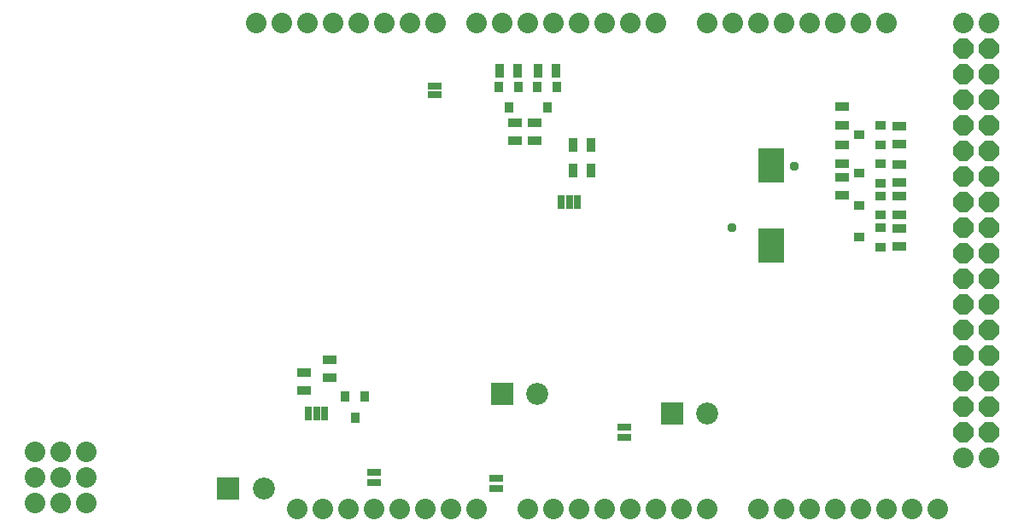
<source format=gbs>
G75*
%MOIN*%
%OFA0B0*%
%FSLAX25Y25*%
%IPPOS*%
%LPD*%
%AMOC8*
5,1,8,0,0,1.08239X$1,22.5*
%
%ADD10C,0.08000*%
%ADD11OC8,0.08000*%
%ADD12R,0.03750X0.04143*%
%ADD13R,0.05324X0.03750*%
%ADD14R,0.05600X0.03100*%
%ADD15R,0.03100X0.05600*%
%ADD16R,0.03750X0.05324*%
%ADD17R,0.10443X0.13198*%
%ADD18C,0.03750*%
%ADD19R,0.04143X0.03750*%
%ADD20R,0.08600X0.08600*%
%ADD21C,0.08600*%
D10*
X0027561Y0017500D03*
X0037561Y0017500D03*
X0047561Y0017500D03*
X0047561Y0027500D03*
X0037561Y0027500D03*
X0027561Y0027500D03*
X0027561Y0037500D03*
X0037561Y0037500D03*
X0047561Y0037500D03*
X0130061Y0015000D03*
X0140061Y0015000D03*
X0150061Y0015000D03*
X0160061Y0015000D03*
X0170061Y0015000D03*
X0180061Y0015000D03*
X0190061Y0015000D03*
X0200061Y0015000D03*
X0220061Y0015000D03*
X0230061Y0015000D03*
X0240061Y0015000D03*
X0250061Y0015000D03*
X0260061Y0015000D03*
X0270061Y0015000D03*
X0280061Y0015000D03*
X0290061Y0015000D03*
X0310061Y0015000D03*
X0320061Y0015000D03*
X0330061Y0015000D03*
X0340061Y0015000D03*
X0350061Y0015000D03*
X0360061Y0015000D03*
X0370061Y0015000D03*
X0380061Y0015000D03*
X0390061Y0035000D03*
X0400061Y0035000D03*
X0400061Y0205000D03*
X0390061Y0205000D03*
X0360061Y0205000D03*
X0350061Y0205000D03*
X0340061Y0205000D03*
X0330061Y0205000D03*
X0320061Y0205000D03*
X0310061Y0205000D03*
X0300061Y0205000D03*
X0290061Y0205000D03*
X0270061Y0205000D03*
X0260061Y0205000D03*
X0250061Y0205000D03*
X0240061Y0205000D03*
X0230061Y0205000D03*
X0220061Y0205000D03*
X0210061Y0205000D03*
X0200061Y0205000D03*
X0184061Y0205000D03*
X0174061Y0205000D03*
X0164061Y0205000D03*
X0154061Y0205000D03*
X0144061Y0205000D03*
X0134061Y0205000D03*
X0124061Y0205000D03*
X0114061Y0205000D03*
D11*
X0390061Y0195000D03*
X0400061Y0195000D03*
X0400061Y0185000D03*
X0390061Y0185000D03*
X0390061Y0175000D03*
X0400061Y0175000D03*
X0400061Y0165000D03*
X0390061Y0165000D03*
X0390061Y0155000D03*
X0400061Y0155000D03*
X0400061Y0145000D03*
X0390061Y0145000D03*
X0390061Y0135000D03*
X0400061Y0135000D03*
X0400061Y0125000D03*
X0390061Y0125000D03*
X0390061Y0115000D03*
X0400061Y0115000D03*
X0400061Y0105000D03*
X0390061Y0105000D03*
X0390061Y0095000D03*
X0400061Y0095000D03*
X0400061Y0085000D03*
X0390061Y0085000D03*
X0390061Y0075000D03*
X0400061Y0075000D03*
X0400061Y0065000D03*
X0390061Y0065000D03*
X0390061Y0055000D03*
X0400061Y0055000D03*
X0400061Y0045000D03*
X0390061Y0045000D03*
D12*
X0156302Y0058937D03*
X0148821Y0058937D03*
X0152561Y0050669D03*
X0212561Y0171919D03*
X0227561Y0171919D03*
X0223821Y0180187D03*
X0231302Y0180187D03*
X0216302Y0180187D03*
X0208821Y0180187D03*
D13*
X0215061Y0166043D03*
X0222561Y0166043D03*
X0222561Y0158957D03*
X0215061Y0158957D03*
X0342561Y0157293D03*
X0342561Y0150207D03*
X0342561Y0144793D03*
X0342561Y0137707D03*
X0365061Y0137293D03*
X0365061Y0142707D03*
X0365061Y0149793D03*
X0365061Y0157707D03*
X0365061Y0164793D03*
X0342561Y0165207D03*
X0342561Y0172293D03*
X0365061Y0130207D03*
X0365061Y0124793D03*
X0365061Y0117707D03*
X0142561Y0073543D03*
X0132561Y0068543D03*
X0142561Y0066457D03*
X0132561Y0061457D03*
D14*
X0160061Y0029500D03*
X0160061Y0025500D03*
X0207561Y0027000D03*
X0207561Y0023000D03*
X0257561Y0043000D03*
X0257561Y0047000D03*
X0183811Y0176978D03*
X0183811Y0180522D03*
D15*
X0233111Y0135000D03*
X0236311Y0135000D03*
X0239511Y0135000D03*
X0140761Y0052500D03*
X0137561Y0052500D03*
X0134361Y0052500D03*
D16*
X0237768Y0147500D03*
X0244855Y0147500D03*
X0244855Y0157500D03*
X0237768Y0157500D03*
X0231105Y0186250D03*
X0224018Y0186250D03*
X0216105Y0186250D03*
X0209018Y0186250D03*
D17*
X0315061Y0149498D03*
X0315061Y0118002D03*
D18*
X0299707Y0124892D03*
X0323920Y0149104D03*
D19*
X0349481Y0146250D03*
X0357748Y0142510D03*
X0357748Y0137490D03*
X0349481Y0133750D03*
X0357748Y0130010D03*
X0357748Y0124990D03*
X0349481Y0121250D03*
X0357748Y0117510D03*
X0357748Y0149990D03*
X0357748Y0157510D03*
X0349481Y0161250D03*
X0357748Y0164990D03*
D20*
X0210061Y0060000D03*
X0276311Y0052500D03*
X0103186Y0023125D03*
D21*
X0116966Y0023125D03*
X0223841Y0060000D03*
X0290091Y0052500D03*
M02*

</source>
